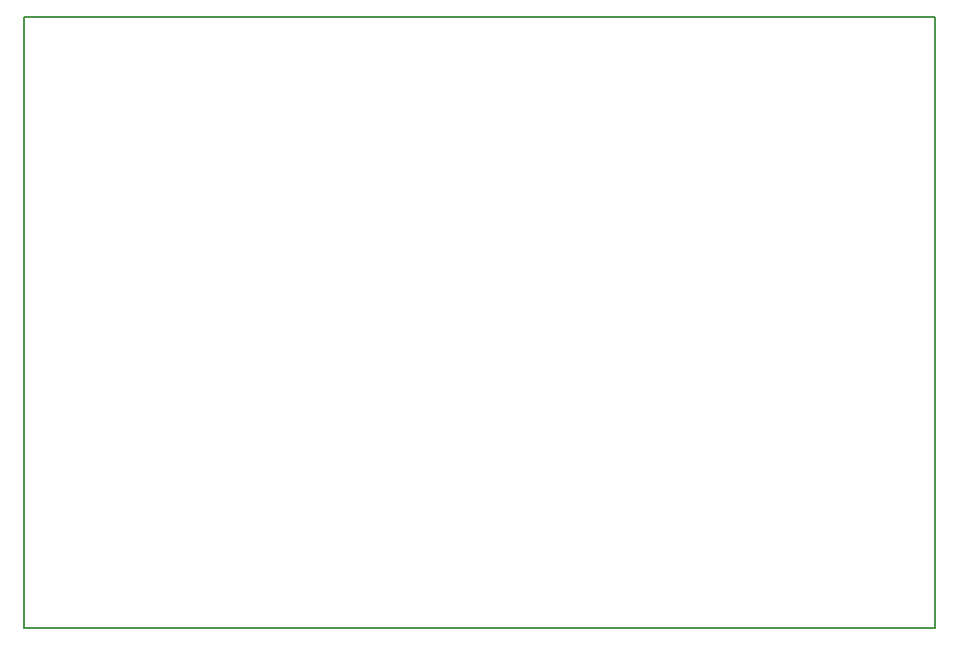
<source format=gbo>
G04 MADE WITH FRITZING*
G04 WWW.FRITZING.ORG*
G04 DOUBLE SIDED*
G04 HOLES PLATED*
G04 CONTOUR ON CENTER OF CONTOUR VECTOR*
%ASAXBY*%
%FSLAX23Y23*%
%MOIN*%
%OFA0B0*%
%SFA1.0B1.0*%
%ADD10R,3.043310X2.047240X3.027310X2.031240*%
%ADD11C,0.008000*%
%LNSILK0*%
G90*
G70*
G54D11*
X4Y2043D02*
X3039Y2043D01*
X3039Y4D01*
X4Y4D01*
X4Y2043D01*
D02*
G04 End of Silk0*
M02*
</source>
